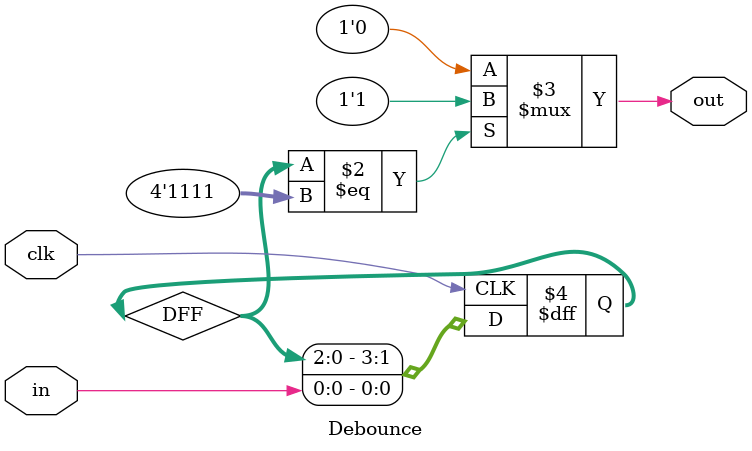
<source format=v>
module Debounce(clk, in, out);
    input clk, in;
    output out;

    reg [3:0] DFF;

    always @(posedge clk) begin
        DFF[3:1] <= DFF[2:0];
        DFF[0] <= in;
    end
    assign out = ((DFF == 4'b1111) ? 1'b1 : 1'b0);
endmodule
</source>
